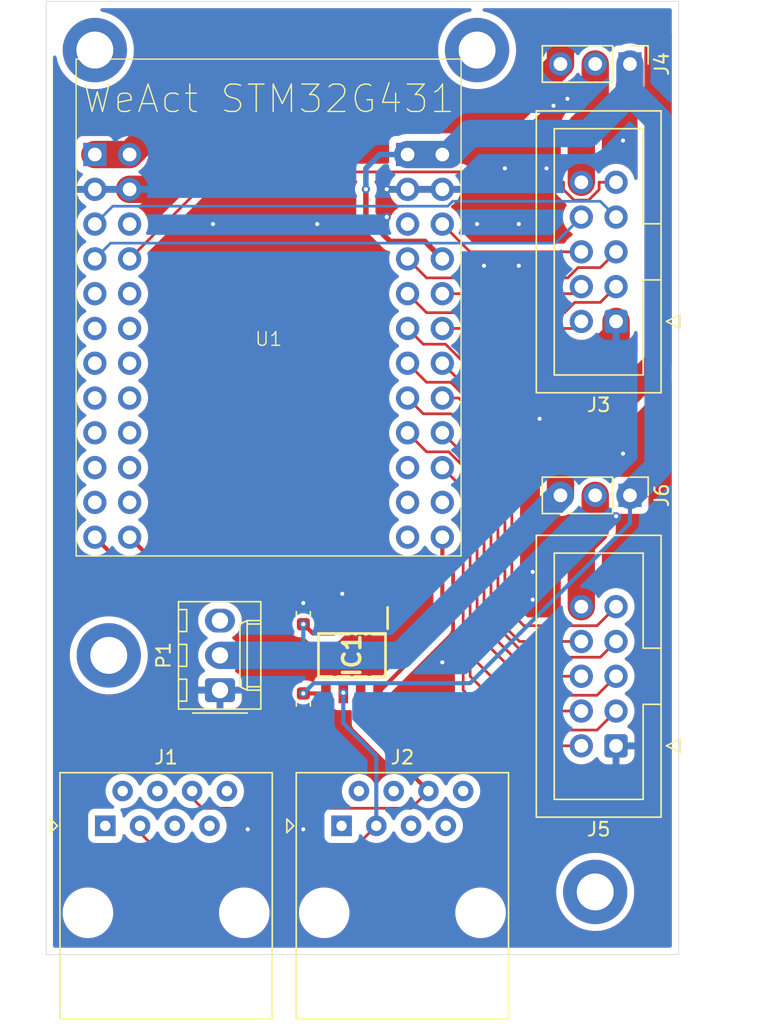
<source format=kicad_pcb>
(kicad_pcb (version 20241229) (generator "pcbnew") (generator_version "9.0")
  (layers (0 "F.Cu" signal) (2 "B.Cu" signal) (13 "F.Paste" user) (15 "B.Paste" user) (5 "F.SilkS" user "F.Silkscreen") (7 "B.SilkS" user "B.Silkscreen") (1 "F.Mask" user) (3 "B.Mask" user) (25 "Edge.Cuts" user))
  (net 0 "")
  (net 5 "GND")
  (net 7 "+5V")
  (net 12 "/3V3")
  (net 41 "Net-(J3-Pin_10)")
  (net 42 "Net-(J5-Pin_10)")
  (net 43 "/ADC2_IN15")
  (net 44 "/ADC1_IN5")
  (net 45 "/ADC2_IN5")
  (net 46 "/ADC1_IN11")
  (net 47 "/ADC1_IN12")
  (net 48 "/ADC2_IN12")
  (net 49 "/ADC1_IN15")
  (net 50 "/ADC12_IN14")
  (net 51 "/ADC2_IN3")
  (net 52 "/ADC12_IN1")
  (net 53 "/ADC1_IN3")
  (net 54 "/ADC2_IN13")
  (net 55 "/ADC2_IN4")
  (net 56 "/ADC1_IN4")
  (net 57 "/ADC2_IN17")
  (net 58 "/ADC12_IN2")
  (net 59 "/FDCAN1_TX")
  (net 60 "/FDCAN1_RX")
  (net 61 "Net-(IC1-CANL)")
  (net 62 "Net-(IC1-CANH)")
  (net 63 "Net-(IC1-S)")
  (footprint "Connector_PinHeader_2.54mm:PinHeader_1x03_P2.54mm_Vertical" (layer "F.Cu") (at 125.984 111.252 -90)
    (property "Reference" "J6" (at 0 -2.33 90) (layer "F.SilkS"))
    (property "Value" "Conn_01x03")
    (fp_line (start -1.33 6.41) (end 1.33 6.41) (stroke (width 0.12)) (layer "F.SilkS"))
    (fp_line (start -1.33 1.27) (end -1.33 6.41) (stroke (width 0.12)) (layer "F.SilkS"))
    (fp_line (start -1.33 1.27) (end 1.33 1.27) (stroke (width 0.12)) (layer "F.SilkS"))
    (fp_line (start 1.33 1.27) (end 1.33 6.41) (stroke (width 0.12)) (layer "F.SilkS"))
    (fp_line (start -1.33 0) (end -1.33 -1.33) (stroke (width 0.12)) (layer "F.SilkS"))
    (fp_line (start -1.33 -1.33) (end 0 -1.33) (stroke (width 0.12)) (layer "F.SilkS"))
    (pad "1" thru_hole rect (at 0 0 270) (size 1.7 1.7) (drill 1) (layers "*.Cu" "*.Mask") (net 12 "/3V3"))
    (pad "2" thru_hole oval (at 0 2.54 270) (size 1.7 1.7) (drill 1) (layers "*.Cu" "*.Mask") (net 42 "Net-(J5-Pin_10)"))
    (pad "3" thru_hole oval (at 0 5.08 270) (size 1.7 1.7) (drill 1) (layers "*.Cu" "*.Mask") (net 7 "+5V"))
  )
  (footprint "MountingHole:MountingHole_2.7mm_M2.5_DIN965_Pad" (layer "F.Cu") (at 114.808 78.74)
    (property "Reference" "H1" (hide yes))
    (property "Value" "MountingHole_Pad")
    (pad "1" thru_hole circle (at 0 0) (size 4.7 4.7) (drill 2.7) (layers "*.Cu" "*.Mask"))
  )
  (footprint "Connector_IDC:IDC-Header_2x05_P2.54mm_Vertical" (layer "F.Cu") (at 124.968 129.54 180)
    (property "Reference" "J5" (at 1.27 -6.1 0) (layer "F.SilkS"))
    (property "Value" "Conn_02x05_Counter_Clockwise")
    (fp_line (start 5.83 15.37) (end -3.29 15.37) (stroke (width 0.12)) (layer "F.SilkS"))
    (fp_line (start 5.83 -5.21) (end 5.83 15.37) (stroke (width 0.12)) (layer "F.SilkS"))
    (fp_line (start 4.52 14.07) (end -1.98 14.07) (stroke (width 0.12)) (layer "F.SilkS"))
    (fp_line (start 4.52 -3.91) (end 4.52 14.07) (stroke (width 0.12)) (layer "F.SilkS"))
    (fp_line (start -1.98 14.07) (end -1.98 7.13) (stroke (width 0.12)) (layer "F.SilkS"))
    (fp_line (start -1.98 7.13) (end -1.98 7.13) (stroke (width 0.12)) (layer "F.SilkS"))
    (fp_line (start -1.98 7.13) (end -3.29 7.13) (stroke (width 0.12)) (layer "F.SilkS"))
    (fp_line (start -1.98 3.03) (end -1.98 -3.91) (stroke (width 0.12)) (layer "F.SilkS"))
    (fp_line (start -1.98 -3.91) (end 4.52 -3.91) (stroke (width 0.12)) (layer "F.SilkS"))
    (fp_line (start -3.29 15.37) (end -3.29 -5.21) (stroke (width 0.12)) (layer "F.SilkS"))
    (fp_line (start -3.29 3.03) (end -1.98 3.03) (stroke (width 0.12)) (layer "F.SilkS"))
    (fp_line (start -3.29 -5.21) (end 5.83 -5.21) (stroke (width 0.12)) (layer "F.SilkS"))
    (fp_line (start -3.68 0) (end -4.68 -0.5) (stroke (width 0.12)) (layer "F.SilkS"))
    (fp_line (start -4.68 0.5) (end -3.68 0) (stroke (width 0.12)) (layer "F.SilkS"))
    (fp_line (start -4.68 -0.5) (end -4.68 0.5) (stroke (width 0.12)) (layer "F.SilkS"))
    (pad "1" thru_hole roundrect (at 0 0 180) (size 1.7 1.7) (drill 1) (layers "*.Cu" "*.Mask") (roundrect_rratio 0.147059) (net 5 "GND"))
    (pad "2" thru_hole circle (at 2.54 0 180) (size 1.7 1.7) (drill 1) (layers "*.Cu" "*.Mask") (net 52 "/ADC12_IN1"))
    (pad "3" thru_hole circle (at 0 2.54 180) (size 1.7 1.7) (drill 1) (layers "*.Cu" "*.Mask") (net 58 "/ADC12_IN2"))
    (pad "4" thru_hole circle (at 2.54 2.54 180) (size 1.7 1.7) (drill 1) (layers "*.Cu" "*.Mask") (net 53 "/ADC1_IN3"))
    (pad "5" thru_hole circle (at 0 5.08 180) (size 1.7 1.7) (drill 1) (layers "*.Cu" "*.Mask") (net 56 "/ADC1_IN4"))
    (pad "6" thru_hole circle (at 2.54 5.08 180) (size 1.7 1.7) (drill 1) (layers "*.Cu" "*.Mask") (net 57 "/ADC2_IN17"))
    (pad "7" thru_hole circle (at 0 7.62 180) (size 1.7 1.7) (drill 1) (layers "*.Cu" "*.Mask") (net 54 "/ADC2_IN13"))
    (pad "8" thru_hole circle (at 2.54 7.62 180) (size 1.7 1.7) (drill 1) (layers "*.Cu" "*.Mask") (net 51 "/ADC2_IN3"))
    (pad "9" thru_hole circle (at 0 10.16 180) (size 1.7 1.7) (drill 1) (layers "*.Cu" "*.Mask") (net 55 "/ADC2_IN4"))
    (pad "10" thru_hole circle (at 2.54 10.16 180) (size 1.7 1.7) (drill 1) (layers "*.Cu" "*.Mask") (net 42 "Net-(J5-Pin_10)"))
  )
  (footprint "Connector_Molex:Molex_KK-254_AE-6410-03A_1x03_P2.54mm_Vertical" (layer "F.Cu") (at 96.012 125.476 90)
    (property "Reference" "P1" (at 2.54 -4.12 90) (layer "F.SilkS"))
    (property "Value" "PSS254")
    (fp_line (start 6.46 -3.03) (end -1.38 -3.03) (stroke (width 0.12)) (layer "F.SilkS"))
    (fp_line (start 4.28 -3.03) (end 4.28 -2.43) (stroke (width 0.12)) (layer "F.SilkS"))
    (fp_line (start 1.74 -3.03) (end 1.74 -2.43) (stroke (width 0.12)) (layer "F.SilkS"))
    (fp_line (start -0.8 -3.03) (end -0.8 -2.43) (stroke (width 0.12)) (layer "F.SilkS"))
    (fp_line (start -1.38 -3.03) (end -1.38 2.99) (stroke (width 0.12)) (layer "F.SilkS"))
    (fp_line (start 5.88 -2.43) (end 5.88 -3.03) (stroke (width 0.12)) (layer "F.SilkS"))
    (fp_line (start 4.28 -2.43) (end 5.88 -2.43) (stroke (width 0.12)) (layer "F.SilkS"))
    (fp_line (start 3.34 -2.43) (end 3.34 -3.03) (stroke (width 0.12)) (layer "F.SilkS"))
    (fp_line (start 1.74 -2.43) (end 3.34 -2.43) (stroke (width 0.12)) (layer "F.SilkS"))
    (fp_line (start 0.8 -2.43) (end 0.8 -3.03) (stroke (width 0.12)) (layer "F.SilkS"))
    (fp_line (start -0.8 -2.43) (end 0.8 -2.43) (stroke (width 0.12)) (layer "F.SilkS"))
    (fp_line (start -1.67 -2) (end -1.67 2) (stroke (width 0.12)) (layer "F.SilkS"))
    (fp_line (start 4.83 1.46) (end 5.08 1.99) (stroke (width 0.12)) (layer "F.SilkS"))
    (fp_line (start 0.25 1.46) (end 4.83 1.46) (stroke (width 0.12)) (layer "F.SilkS"))
    (fp_line (start 5.08 1.99) (end 5.08 2.99) (stroke (width 0.12)) (layer "F.SilkS"))
    (fp_line (start 0 1.99) (end 0.25 1.46) (stroke (width 0.12)) (layer "F.SilkS"))
    (fp_line (start 0 1.99) (end 5.08 1.99) (stroke (width 0.12)) (layer "F.SilkS"))
    (fp_line (start 6.46 2.99) (end 6.46 -3.03) (stroke (width 0.12)) (layer "F.SilkS"))
    (fp_line (start 4.83 2.99) (end 4.83 1.99) (stroke (width 0.12)) (layer "F.SilkS"))
    (fp_line (start 0.25 2.99) (end 0.25 1.99) (stroke (width 0.12)) (layer "F.SilkS"))
    (fp_line (start 0 2.99) (end 0 1.99) (stroke (width 0.12)) (layer "F.SilkS"))
    (fp_line (start -1.38 2.99) (end 6.46 2.99) (stroke (width 0.12)) (layer "F.SilkS"))
    (pad "1" thru_hole roundrect (at 0 0 90) (size 1.74 2.19) (drill 1.19) (layers "*.Cu" "*.Mask") (roundrect_rratio 0.143678) (net 5 "GND"))
    (pad "2" thru_hole oval (at 2.54 0 90) (size 1.74 2.19) (drill 1.19) (layers "*.Cu" "*.Mask") (net 7 "+5V"))
    (pad "3" thru_hole oval (at 5.08 0 90) (size 1.74 2.19) (drill 1.19) (layers "*.Cu" "*.Mask"))
  )
  (footprint "Custom-Library:WeAct-STM32G431" (layer "F.Cu") (at 99.568 100.336)
    (property "Reference" "U1" (at 0 -0.5 0) (layer "F.SilkS") (effects (font (thickness 0.1))))
    (property "Value" "~")
    (fp_line (start -14.07 -20.94) (end -14.07 15.34) (stroke (width 0.1)) (layer "F.SilkS"))
    (fp_line (start -14.07 -20.94) (end 14.07 -20.94) (stroke (width 0.1)) (layer "F.SilkS"))
    (fp_line (start -14.07 15.34) (end 14.07 15.34) (stroke (width 0.1)) (layer "F.SilkS"))
    (fp_line (start 14.07 -20.94) (end 14.07 15.34) (stroke (width 0.1)) (layer "F.SilkS"))
    (fp_text user "WeAct STM32G431" (at 0 -18.034 0) (layer "F.SilkS") (effects (font (size 2 2) (thickness 0.1))))
    (pad "1" thru_hole rect (at -12.7 -13.97) (size 1.7 1.7) (drill 1) (layers "*.Cu" "*.Mask") (net 7 "+5V"))
    (pad "2" thru_hole oval (at -10.16 -13.97) (size 1.7 1.7) (drill 1) (layers "*.Cu" "*.Mask") (net 7 "+5V"))
    (pad "3" thru_hole oval (at -12.7 -11.43) (size 1.7 1.7) (drill 1) (layers "*.Cu" "*.Mask") (net 5 "GND"))
    (pad "4" thru_hole oval (at -10.16 -11.43) (size 1.7 1.7) (drill 1) (layers "*.Cu" "*.Mask") (net 5 "GND"))
    (pad "5" thru_hole oval (at -12.7 -8.89) (size 1.7 1.7) (drill 1) (layers "*.Cu" "*.Mask") (net 46 "/ADC1_IN11"))
    (pad "6" thru_hole oval (at -10.16 -8.89) (size 1.7 1.7) (drill 1) (layers "*.Cu" "*.Mask"))
    (pad "7" thru_hole oval (at -12.7 -6.35) (size 1.7 1.7) (drill 1) (layers "*.Cu" "*.Mask") (net 44 "/ADC1_IN5"))
    (pad "8" thru_hole oval (at -10.16 -6.35) (size 1.7 1.7) (drill 1) (layers "*.Cu" "*.Mask") (net 43 "/ADC2_IN15"))
    (pad "9" thru_hole oval (at -12.7 -3.81) (size 1.7 1.7) (drill 1) (layers "*.Cu" "*.Mask"))
    (pad "10" thru_hole oval (at -10.16 -3.81) (size 1.7 1.7) (drill 1) (layers "*.Cu" "*.Mask"))
    (pad "11" thru_hole oval (at -12.7 -1.27) (size 1.7 1.7) (drill 1) (layers "*.Cu" "*.Mask"))
    (pad "12" thru_hole oval (at -10.16 -1.27) (size 1.7 1.7) (drill 1) (layers "*.Cu" "*.Mask"))
    (pad "13" thru_hole oval (at -12.7 1.27) (size 1.7 1.7) (drill 1) (layers "*.Cu" "*.Mask"))
    (pad "14" thru_hole oval (at -10.16 1.27) (size 1.7 1.7) (drill 1) (layers "*.Cu" "*.Mask"))
    (pad "15" thru_hole oval (at -12.7 3.81) (size 1.7 1.7) (drill 1) (layers "*.Cu" "*.Mask"))
    (pad "16" thru_hole oval (at -10.16 3.81) (size 1.7 1.7) (drill 1) (layers "*.Cu" "*.Mask"))
    (pad "17" thru_hole oval (at -12.7 6.35) (size 1.7 1.7) (drill 1) (layers "*.Cu" "*.Mask"))
    (pad "18" thru_hole oval (at -10.16 6.35) (size 1.7 1.7) (drill 1) (layers "*.Cu" "*.Mask"))
    (pad "19" thru_hole oval (at -12.7 8.89) (size 1.7 1.7) (drill 1) (layers "*.Cu" "*.Mask"))
    (pad "20" thru_hole oval (at -10.16 8.89) (size 1.7 1.7) (drill 1) (layers "*.Cu" "*.Mask"))
    (pad "21" thru_hole oval (at -12.7 11.43) (size 1.7 1.7) (drill 1) (layers "*.Cu" "*.Mask"))
    (pad "22" thru_hole oval (at -10.16 11.43) (size 1.7 1.7) (drill 1) (layers "*.Cu" "*.Mask"))
    (pad "23" thru_hole oval (at -12.7 13.97) (size 1.7 1.7) (drill 1) (layers "*.Cu" "*.Mask") (net 60 "/FDCAN1_RX"))
    (pad "24" thru_hole oval (at -10.16 13.97) (size 1.7 1.7) (drill 1) (layers "*.Cu" "*.Mask") (net 59 "/FDCAN1_TX"))
    (pad "25" thru_hole rect (at 10.16 -13.97) (size 1.7 1.7) (drill 1) (layers "*.Cu" "*.Mask") (net 12 "/3V3"))
    (pad "26" thru_hole oval (at 12.7 -13.97) (size 1.7 1.7) (drill 1) (layers "*.Cu" "*.Mask") (net 12 "/3V3"))
    (pad "27" thru_hole oval (at 10.16 -11.43) (size 1.7 1.7) (drill 1) (layers "*.Cu" "*.Mask") (net 5 "GND"))
    (pad "28" thru_hole oval (at 12.7 -11.43) (size 1.7 1.7) (drill 1) (layers "*.Cu" "*.Mask") (net 5 "GND"))
    (pad "29" thru_hole oval (at 10.16 -8.89) (size 1.7 1.7) (drill 1) (layers "*.Cu" "*.Mask"))
    (pad "30" thru_hole oval (at 12.7 -8.89) (size 1.7 1.7) (drill 1) (layers "*.Cu" "*.Mask") (net 50 "/ADC12_IN14"))
    (pad "31" thru_hole oval (at 10.16 -6.35) (size 1.7 1.7) (drill 1) (layers "*.Cu" "*.Mask") (net 48 "/ADC2_IN12"))
    (pad "32" thru_hole oval (at 12.7 -6.35) (size 1.7 1.7) (drill 1) (layers "*.Cu" "*.Mask") (net 12 "/3V3"))
    (pad "33" thru_hole oval (at 10.16 -3.81) (size 1.7 1.7) (drill 1) (layers "*.Cu" "*.Mask") (net 49 "/ADC1_IN15"))
    (pad "34" thru_hole oval (at 12.7 -3.81) (size 1.7 1.7) (drill 1) (layers "*.Cu" "*.Mask") (net 47 "/ADC1_IN12"))
    (pad "35" thru_hole oval (at 10.16 -1.27) (size 1.7 1.7) (drill 1) (layers "*.Cu" "*.Mask") (net 55 "/ADC2_IN4"))
    (pad "36" thru_hole oval (at 12.7 -1.27) (size 1.7 1.7) (drill 1) (layers "*.Cu" "*.Mask") (net 45 "/ADC2_IN5"))
    (pad "37" thru_hole oval (at 10.16 1.27) (size 1.7 1.7) (drill 1) (layers "*.Cu" "*.Mask") (net 54 "/ADC2_IN13"))
    (pad "38" thru_hole oval (at 12.7 1.27) (size 1.7 1.7) (drill 1) (layers "*.Cu" "*.Mask") (net 51 "/ADC2_IN3"))
    (pad "39" thru_hole oval (at 10.16 3.81) (size 1.7 1.7) (drill 1) (layers "*.Cu" "*.Mask") (net 56 "/ADC1_IN4"))
    (pad "40" thru_hole oval (at 12.7 3.81) (size 1.7 1.7) (drill 1) (layers "*.Cu" "*.Mask") (net 57 "/ADC2_IN17"))
    (pad "41" thru_hole oval (at 10.16 6.35) (size 1.7 1.7) (drill 1) (layers "*.Cu" "*.Mask") (net 58 "/ADC12_IN2"))
    (pad "42" thru_hole oval (at 12.7 6.35) (size 1.7 1.7) (drill 1) (layers "*.Cu" "*.Mask") (net 53 "/ADC1_IN3"))
    (pad "43" thru_hole oval (at 10.16 8.89) (size 1.7 1.7) (drill 1) (layers "*.Cu" "*.Mask"))
    (pad "44" thru_hole oval (at 12.7 8.89) (size 1.7 1.7) (drill 1) (layers "*.Cu" "*.Mask") (net 52 "/ADC12_IN1"))
    (pad "45" thru_hole oval (at 10.16 11.43) (size 1.7 1.7) (drill 1) (layers "*.Cu" "*.Mask"))
    (pad "46" thru_hole oval (at 12.7 11.43) (size 1.7 1.7) (drill 1) (layers "*.Cu" "*.Mask"))
    (pad "47" thru_hole oval (at 10.16 13.97) (size 1.7 1.7) (drill 1) (layers "*.Cu" "*.Mask"))
    (pad "48" thru_hole oval (at 12.7 13.97) (size 1.7 1.7) (drill 1) (layers "*.Cu" "*.Mask") (net 63 "Net-(IC1-S)"))
  )
  (footprint "Capacitor_SMD:C_0603_1608Metric" (layer "F.Cu") (at 102.108 119.888 90)
    (property "Reference" "C3" (hide yes))
    (property "Value" "100nF")
    (fp_line (start -0.14058 -0.51) (end 0.14058 -0.51) (stroke (width 0.12)) (layer "F.SilkS"))
    (fp_line (start -0.14058 0.51) (end 0.14058 0.51) (stroke (width 0.12)) (layer "F.SilkS"))
    (pad "1" smd roundrect (at -0.775 0 90) (size 0.9 0.95) (layers "F.Cu" "F.Mask" "F.Paste") (net 7 "+5V"))
    (pad "2" smd roundrect (at 0.775 0 90) (size 0.9 0.95) (layers "F.Cu" "F.Mask" "F.Paste") (net 5 "GND"))
  )
  (footprint "Connector_RJ:RJ45_Amphenol_54602-x08_Horizontal" (layer "F.Cu") (at 87.63 135.382)
    (property "Reference" "J1" (at 4.445 -5 0) (layer "F.SilkS"))
    (property "Value" "RJ45")
    (fp_line (start -4 -0.5) (end -4 0.5) (stroke (width 0.12)) (layer "F.SilkS"))
    (fp_line (start -4 0.5) (end -3.5 0) (stroke (width 0.12)) (layer "F.SilkS"))
    (fp_line (start -3.5 0) (end -4 -0.5) (stroke (width 0.12)) (layer "F.SilkS"))
    (fp_line (start -3.315 -3.88) (end -3.315 14.08) (stroke (width 0.12)) (layer "F.SilkS"))
    (fp_line (start -3.315 14.08) (end 12.205 14.08) (stroke (width 0.12)) (layer "F.SilkS"))
    (fp_line (start 12.205 -3.88) (end -3.315 -3.88) (stroke (width 0.12)) (layer "F.SilkS"))
    (fp_line (start 12.205 -3.88) (end 12.205 14.08) (stroke (width 0.12)) (layer "F.SilkS"))
    (pad "" np_thru_hole circle (at -1.27 6.35) (size 3.2 3.2) (drill 3.2) (layers "*.Cu" "*.Mask"))
    (pad "" np_thru_hole circle (at 10.16 6.35) (size 3.2 3.2) (drill 3.2) (layers "*.Cu" "*.Mask"))
    (pad "1" thru_hole rect (at 0 0) (size 1.5 1.5) (drill 0.76) (layers "*.Cu" "*.Mask"))
    (pad "2" thru_hole circle (at 1.27 -2.54) (size 1.5 1.5) (drill 0.76) (layers "*.Cu" "*.Mask"))
    (pad "3" thru_hole circle (at 2.54 0) (size 1.5 1.5) (drill 0.76) (layers "*.Cu" "*.Mask") (net 61 "Net-(IC1-CANL)"))
    (pad "4" thru_hole circle (at 3.81 -2.54) (size 1.5 1.5) (drill 0.76) (layers "*.Cu" "*.Mask"))
    (pad "5" thru_hole circle (at 5.08 0) (size 1.5 1.5) (drill 0.76) (layers "*.Cu" "*.Mask"))
    (pad "6" thru_hole circle (at 6.35 -2.54) (size 1.5 1.5) (drill 0.76) (layers "*.Cu" "*.Mask") (net 62 "Net-(IC1-CANH)"))
    (pad "7" thru_hole circle (at 7.62 0) (size 1.5 1.5) (drill 0.76) (layers "*.Cu" "*.Mask"))
    (pad "8" thru_hole circle (at 8.89 -2.54) (size 1.5 1.5) (drill 0.76) (layers "*.Cu" "*.Mask"))
  )
  (footprint "Connector_PinHeader_2.54mm:PinHeader_1x03_P2.54mm_Vertical" (layer "F.Cu") (at 125.984 79.756 -90)
    (property "Reference" "J4" (at 0 -2.33 90) (layer "F.SilkS"))
    (property "Value" "Conn_01x03")
    (fp_line (start -1.33 6.41) (end 1.33 6.41) (stroke (width 0.12)) (layer "F.SilkS"))
    (fp_line (start -1.33 1.27) (end -1.33 6.41) (stroke (width 0.12)) (layer "F.SilkS"))
    (fp_line (start -1.33 1.27) (end 1.33 1.27) (stroke (width 0.12)) (layer "F.SilkS"))
    (fp_line (start 1.33 1.27) (end 1.33 6.41) (stroke (width 0.12)) (layer "F.SilkS"))
    (fp_line (start -1.33 0) (end -1.33 -1.33) (stroke (width 0.12)) (layer "F.SilkS"))
    (fp_line (start -1.33 -1.33) (end 0 -1.33) (stroke (width 0.12)) (layer "F.SilkS"))
    (pad "1" thru_hole rect (at 0 0 270) (size 1.7 1.7) (drill 1) (layers "*.Cu" "*.Mask") (net 12 "/3V3"))
    (pad "2" thru_hole oval (at 0 2.54 270) (size 1.7 1.7) (drill 1) (layers "*.Cu" "*.Mask") (net 41 "Net-(J3-Pin_10)"))
    (pad "3" thru_hole oval (at 0 5.08 270) (size 1.7 1.7) (drill 1) (layers "*.Cu" "*.Mask") (net 7 "+5V"))
  )
  (footprint "Capacitor_SMD:C_0603_1608Metric" (layer "F.Cu") (at 102.108 126.492 -90)
    (property "Reference" "C1" (hide yes))
    (property "Value" "100nF")
    (fp_line (start -0.14058 0.51) (end 0.14058 0.51) (stroke (width 0.12)) (layer "F.SilkS"))
    (fp_line (start -0.14058 -0.51) (end 0.14058 -0.51) (stroke (width 0.12)) (layer "F.SilkS"))
    (pad "1" smd roundrect (at -0.775 0 270) (size 0.9 0.95) (layers "F.Cu" "F.Mask" "F.Paste") (net 12 "/3V3"))
    (pad "2" smd roundrect (at 0.775 0 270) (size 0.9 0.95) (layers "F.Cu" "F.Mask" "F.Paste") (net 5 "GND"))
  )
  (footprint "CAN Transceiver:SOIC127P600X175-8N" (layer "F.Cu") (at 105.664 122.936 -90)
    (property "Reference" "IC1" (at 0 0 90) (layer "F.SilkS") (effects (font (size 1.27 1.27) (thickness 0.254))))
    (property "Value" "TJA1057BT" (hide yes))
    (fp_line (start -1.6 2.45) (end -1.6 -2.45) (stroke (width 0.2)) (layer "F.SilkS"))
    (fp_line (start 1.6 2.45) (end -1.6 2.45) (stroke (width 0.2)) (layer "F.SilkS"))
    (fp_line (start -1.6 -2.45) (end 1.6 -2.45) (stroke (width 0.2)) (layer "F.SilkS"))
    (fp_line (start 1.6 -2.45) (end 1.6 2.45) (stroke (width 0.2)) (layer "F.SilkS"))
    (fp_line (start -3.5 -2.605) (end -1.95 -2.605) (stroke (width 0.2)) (layer "F.SilkS"))
    (pad "1" smd rect (at -2.725 -1.905) (size 0.7 1.55) (layers "F.Cu" "F.Mask" "F.Paste") (net 59 "/FDCAN1_TX"))
    (pad "2" smd rect (at -2.725 -0.635) (size 0.7 1.55) (layers "F.Cu" "F.Mask" "F.Paste") (net 5 "GND"))
    (pad "3" smd rect (at -2.725 0.635) (size 0.7 1.55) (layers "F.Cu" "F.Mask" "F.Paste") (net 7 "+5V"))
    (pad "4" smd rect (at -2.725 1.905) (size 0.7 1.55) (layers "F.Cu" "F.Mask" "F.Paste") (net 60 "/FDCAN1_RX"))
    (pad "5" smd rect (at 2.725 1.905) (size 0.7 1.55) (layers "F.Cu" "F.Mask" "F.Paste") (net 12 "/3V3"))
    (pad "6" smd rect (at 2.725 0.635) (size 0.7 1.55) (layers "F.Cu" "F.Mask" "F.Paste") (net 61 "Net-(IC1-CANL)"))
    (pad "7" smd rect (at 2.725 -0.635) (size 0.7 1.55) (layers "F.Cu" "F.Mask" "F.Paste") (net 62 "Net-(IC1-CANH)"))
    (pad "8" smd rect (at 2.725 -1.905) (size 0.7 1.55) (layers "F.Cu" "F.Mask" "F.Paste") (net 63 "Net-(IC1-S)"))
  )
  (footprint "MountingHole:MountingHole_2.7mm_M2.5_DIN965_Pad" (layer "F.Cu") (at 86.868 78.74)
    (property "Reference" "H2" (hide yes))
    (property "Value" "MountingHole_Pad")
    (pad "1" thru_hole circle (at 0 0) (size 4.7 4.7) (drill 2.7) (layers "*.Cu" "*.Mask"))
  )
  (footprint "MountingHole:MountingHole_2.7mm_M2.5_DIN965_Pad" (layer "F.Cu") (at 87.884 122.936)
    (property "Reference" "H4" (hide yes))
    (property "Value" "MountingHole_Pad")
    (pad "1" thru_hole circle (at 0 0) (size 4.7 4.7) (drill 2.7) (layers "*.Cu" "*.Mask"))
  )
  (footprint "Connector_IDC:IDC-Header_2x05_P2.54mm_Vertical" (layer "F.Cu") (at 124.968 98.552 180)
    (property "Reference" "J3" (at 1.27 -6.1 0) (layer "F.SilkS"))
    (property "Value" "Conn_02x05_Counter_Clockwise")
    (fp_line (start 5.83 15.37) (end -3.29 15.37) (stroke (width 0.12)) (layer "F.SilkS"))
    (fp_line (start 5.83 -5.21) (end 5.83 15.37) (stroke (width 0.12)) (layer "F.SilkS"))
    (fp_line (start 4.52 14.07) (end -1.98 14.07) (stroke (width 0.12)) (layer "F.SilkS"))
    (fp_line (start 4.52 -3.91) (end 4.52 14.07) (stroke (width 0.12)) (layer "F.SilkS"))
    (fp_line (start -1.98 14.07) (end -1.98 7.13) (stroke (width 0.12)) (layer "F.SilkS"))
    (fp_line (start -1.98 7.13) (end -1.98 7.13) (stroke (width 0.12)) (layer "F.SilkS"))
    (fp_line (start -1.98 7.13) (end -3.29 7.13) (stroke (width 0.12)) (layer "F.SilkS"))
    (fp_line (start -1.98 3.03) (end -1.98 -3.91) (stroke (width 0.12)) (layer "F.SilkS"))
    (fp_line (start -1.98 -3.91) (end 4.52 -3.91) (stroke (width 0.12)) (layer "F.SilkS"))
    (fp_line (start -3.29 15.37) (end -3.29 -5.21) (stroke (width 0.12)) (layer "F.SilkS"))
    (fp_line (start -3.29 3.03) (end -1.98 3.03) (stroke (width 0.12)) (layer "F.SilkS"))
    (fp_line (start -3.29 -5.21) (end 5.83 -5.21) (stroke (width 0.12)) (layer "F.SilkS"))
    (fp_line (start -3.68 0) (end -4.68 -0.5) (stroke (width 0.12)) (layer "F.SilkS"))
    (fp_line (start -4.68 0.5) (end -3.68 0) (stroke (width 0.12)) (layer "F.SilkS"))
    (fp_line (start -4.68 -0.5) (end -4.68 0.5) (stroke (width 0.12)) (layer "F.SilkS"))
    (pad "1" thru_hole roundrect (at 0 0 180) (size 1.7 1.7) (drill 1) (layers "*.Cu" "*.Mask") (roundrect_rratio 0.147059) (net 5 "GND"))
    (pad "2" thru_hole circle (at 2.54 0 180) (size 1.7 1.7) (drill 1) (layers "*.Cu" "*.Mask") (net 45 "/ADC2_IN5"))
    (pad "3" thru_hole circle (at 0 2.54 180) (size 1.7 1.7) (drill 1) (layers "*.Cu" "*.Mask") (net 49 "/ADC1_IN15"))
    (pad "4" thru_hole circle (at 2.54 2.54 180) (size 1.7 1.7) (drill 1) (layers "*.Cu" "*.Mask") (net 47 "/ADC1_IN12"))
    (pad "5" thru_hole circle (at 0 5.08 180) (size 1.7 1.7) (drill 1) (layers "*.Cu" "*.Mask") (net 48 "/ADC2_IN12"))
    (pad "6" thru_hole circle (at 2.54 5.08 180) (size 1.7 1.7) (drill 1) (layers "*.Cu" "*.Mask") (net 50 "/ADC12_IN14"))
    (pad "7" thru_hole circle (at 0 7.62 180) (size 1.7 1.7) (drill 1) (layers "*.Cu" "*.Mask") (net 46 "/ADC1_IN11"))
    (pad "8" thru_hole circle (at 2.54 7.62 180) (size 1.7 1.7) (drill 1) (layers "*.Cu" "*.Mask") (net 44 "/ADC1_IN5"))
    (pad "9" thru_hole circle (at 0 10.16 180) (size 1.7 1.7) (drill 1) (layers "*.Cu" "*.Mask") (net 43 "/ADC2_IN15"))
    (pad "10" thru_hole circle (at 2.54 10.16 180) (size 1.7 1.7) (drill 1) (layers "*.Cu" "*.Mask") (net 41 "Net-(J3-Pin_10)"))
  )
  (footprint "MountingHole:MountingHole_2.7mm_M2.5_DIN965_Pad" (layer "F.Cu") (at 123.444 140.208)
    (property "Reference" "H3" (hide yes))
    (property "Value" "MountingHole_Pad")
    (pad "1" thru_hole circle (at 0 0) (size 4.7 4.7) (drill 2.7) (layers "*.Cu" "*.Mask"))
  )
  (footprint "Connector_RJ:RJ45_Amphenol_54602-x08_Horizontal" (layer "F.Cu") (at 104.902 135.382)
    (property "Reference" "J2" (at 4.445 -5 0) (layer "F.SilkS"))
    (property "Value" "RJ45")
    (fp_line (start -4 -0.5) (end -4 0.5) (stroke (width 0.12)) (layer "F.SilkS"))
    (fp_line (start -4 0.5) (end -3.5 0) (stroke (width 0.12)) (layer "F.SilkS"))
    (fp_line (start -3.5 0) (end -4 -0.5) (stroke (width 0.12)) (layer "F.SilkS"))
    (fp_line (start -3.315 -3.88) (end -3.315 14.08) (stroke (width 0.12)) (layer "F.SilkS"))
    (fp_line (start -3.315 14.08) (end 12.205 14.08) (stroke (width 0.12)) (layer "F.SilkS"))
    (fp_line (start 12.205 -3.88) (end -3.315 -3.88) (stroke (width 0.12)) (layer "F.SilkS"))
    (fp_line (start 12.205 -3.88) (end 12.205 14.08) (stroke (width 0.12)) (layer "F.SilkS"))
    (pad "" np_thru_hole circle (at -1.27 6.35) (size 3.2 3.2) (drill 3.2) (layers "*.Cu" "*.Mask"))
    (pad "" np_thru_hole circle (at 10.16 6.35) (size 3.2 3.2) (drill 3.2) (layers "*.Cu" "*.Mask"))
    (pad "1" thru_hole rect (at 0 0) (size 1.5 1.5) (drill 0.76) (layers "*.Cu" "*.Mask"))
    (pad "2" thru_hole circle (at 1.27 -2.54) (size 1.5 1.5) (drill 0.76) (layers "*.Cu" "*.Mask"))
    (pad "3" thru_hole circle (at 2.54 0) (size 1.5 1.5) (drill 0.76) (layers "*.Cu" "*.Mask") (net 61 "Net-(IC1-CANL)"))
    (pad "4" thru_hole circle (at 3.81 -2.54) (size 1.5 1.5) (drill 0.76) (layers "*.Cu" "*.Mask"))
    (pad "5" thru_hole circle (at 5.08 0) (size 1.5 1.5) (drill 0.76) (layers "*.Cu" "*.Mask"))
    (pad "6" thru_hole circle (at 6.35 -2.54) (size 1.5 1.5) (drill 0.76) (layers "*.Cu" "*.Mask") (net 62 "Net-(IC1-CANH)"))
    (pad "7" thru_hole circle (at 7.62 0) (size 1.5 1.5) (drill 0.76) (layers "*.Cu" "*.Mask"))
    (pad "8" thru_hole circle (at 8.89 -2.54) (size 1.5 1.5) (drill 0.76) (layers "*.Cu" "*.Mask"))
  )
  (gr_line (start 129.54 75.184) (end 83.312 75.184) (stroke (width 0.05)) (layer "Edge.Cuts"))
  (gr_line (start 83.312 75.184) (end 83.312 144.78) (stroke (width 0.05)) (layer "Edge.Cuts"))
  (gr_line (start 129.54 144.78) (end 129.54 75.184) (stroke (width 0.05)) (layer "Edge.Cuts"))
  (gr_line (start 83.312 144.78) (end 129.54 144.78) (stroke (width 0.05)) (layer "Edge.Cuts"))
  (segment (start 124.968 99.568) (end 123.444 101.092) (width 2) (layer "F.Cu") (net 5))
  (segment (start 104.877 118.364) (end 104.953 118.44) (width 0.2) (layer "F.Cu") (net 5))
  (segment (start 106.299 120.211) (end 106.299 119.786) (width 0.2) (layer "F.Cu") (net 5))
  (segment (start 91.434 88.906) (end 91.948 88.392) (width 2) (layer "F.Cu") (net 5))
  (segment (start 123.444 101.092) (end 122.428 101.092) (width 2) (layer "F.Cu") (net 5))
  (segment (start 106.299 119.786) (end 104.877 118.364) (width 0.3) (layer "F.Cu") (net 5))
  (segment (start 89.408 88.906) (end 91.434 88.906) (width 2) (layer "F.Cu") (net 5))
  (segment (start 124.968 98.552) (end 124.968 99.568) (width 2) (layer "F.Cu") (net 5))
  (via (at 104.953 118.44) (size 0.6) (drill 0.3) (layers "F.Cu" "B.Cu") (net 5))
  (via (at 114.808 91.44) (size 0.6) (drill 0.3) (layers "F.Cu" "B.Cu") (net 5))
  (via (at 125.476 85.344) (size 0.6) (drill 0.3) (layers "F.Cu" "B.Cu") (net 5))
  (via (at 117.856 91.44) (size 0.6) (drill 0.3) (layers "F.Cu" "B.Cu") (net 5))
  (via (at 112.268 123.444) (size 0.6) (drill 0.3) (layers "F.Cu" "B.Cu") (net 5))
  (via (at 121.412 82.296) (size 0.6) (drill 0.3) (layers "F.Cu" "B.Cu") (net 5))
  (via (at 108.204 90.932) (size 0.6) (drill 0.3) (layers "F.Cu" "B.Cu") (net 5))
  (via (at 119.888 87.376) (size 0.6) (drill 0.3) (layers "F.Cu" "B.Cu") (net 5))
  (via (at 115.316 94.488) (size 0.6) (drill 0.3) (layers "F.Cu" "B.Cu") (net 5))
  (via (at 102.108 135.636) (size 0.6) (drill 0.3) (layers "F.Cu" "B.Cu") (net 5))
  (via (at 118.872 116.84) (size 0.6) (drill 0.3) (layers "F.Cu" "B.Cu") (net 5))
  (via (at 124.968 112.776) (size 0.6) (drill 0.3) (layers "F.Cu" "B.Cu") (net 5))
  (via (at 125.476 108.204) (size 0.6) (drill 0.3) (layers "F.Cu" "B.Cu") (net 5))
  (via (at 108.204 88.9) (size 0.6) (drill 0.3) (layers "F.Cu" "B.Cu") (net 5))
  (via (at 98.044 135.636) (size 0.6) (drill 0.3) (layers "F.Cu" "B.Cu") (net 5))
  (via (at 95.504 91.44) (size 0.6) (drill 0.3) (layers "F.Cu" "B.Cu") (net 5))
  (via (at 116.84 87.376) (size 0.6) (drill 0.3) (layers "F.Cu" "B.Cu") (net 5))
  (via (at 117.856 94.488) (size 0.6) (drill 0.3) (layers "F.Cu" "B.Cu") (net 5))
  (via (at 102.108 119.113) (size 0.6) (drill 0.3) (layers "F.Cu" "B.Cu") (net 5))
  (via (at 119.38 105.664) (size 0.6) (drill 0.3) (layers "F.Cu" "B.Cu") (net 5))
  (via (at 120.396 82.804) (size 0.6) (drill 0.3) (layers "F.Cu" "B.Cu") (net 5))
  (via (at 118.872 118.872) (size 0.6) (drill 0.3) (layers "F.Cu" "B.Cu") (net 5))
  (via (at 103.124 91.44) (size 0.6) (drill 0.3) (layers "F.Cu" "B.Cu") (net 5))
  (segment (start 120.904 108.712) (end 120.904 111.252) (width 2) (layer "F.Cu") (net 7))
  (segment (start 116.84 83.82) (end 91.948 83.82) (width 2) (layer "F.Cu") (net 7))
  (segment (start 122.241919 77.216) (end 127.546 77.216) (width 2) (layer "F.Cu") (net 7))
  (segment (start 128.039 77.709) (end 128.039 101.577) (width 2) (layer "F.Cu") (net 7))
  (segment (start 102.808 121.337) (end 104.328 121.337) (width 0.3) (layer "F.Cu") (net 7))
  (segment (start 127.546 77.216) (end 128.039 77.709) (width 2) (layer "F.Cu") (net 7))
  (segment (start 120.904 79.756) (end 120.904 78.553919) (width 2) (layer "F.Cu") (net 7))
  (segment (start 102.108 120.663) (end 102.134 120.663) (width 0.3) (layer "F.Cu") (net 7))
  (segment (start 90.932 84.836) (end 90.932 84.842) (width 2) (layer "F.Cu") (net 7))
  (segment (start 120.904 78.553919) (end 122.241919 77.216) (width 2) (layer "F.Cu") (net 7))
  (segment (start 86.868 86.366) (end 89.408 86.366) (width 2) (layer "F.Cu") (net 7))
  (segment (start 102.134 120.663) (end 102.808 121.337) (width 0.3) (layer "F.Cu") (net 7))
  (segment (start 104.328 121.337) (end 105.029 120.636) (width 0.3) (layer "F.Cu") (net 7))
  (segment (start 105.029 120.636) (end 105.029 120.211) (width 0.3) (layer "F.Cu") (net 7))
  (segment (start 91.948 83.82) (end 90.932 84.836) (width 2) (layer "F.Cu") (net 7))
  (segment (start 128.039 101.577) (end 120.904 108.712) (width 2) (layer "F.Cu") (net 7))
  (segment (start 120.904 79.756) (end 116.84 83.82) (width 2) (layer "F.Cu") (net 7))
  (segment (start 90.932 84.842) (end 89.408 86.366) (width 2) (layer "F.Cu") (net 7))
  (via (at 102.108 120.663) (size 0.6) (drill 0.3) (layers "F.Cu" "B.Cu") (net 7))
  (segment (start 96.012 122.936) (end 102.108 122.936) (width 2) (layer "B.Cu") (net 7))
  (segment (start 109.22 122.936) (end 120.904 111.252) (width 2) (layer "B.Cu") (net 7))
  (segment (start 102.108 122.936) (end 105.156 122.936) (width 2) (layer "B.Cu") (net 7))
  (segment (start 105.156 122.936) (end 109.22 122.936) (width 2) (layer "B.Cu") (net 7))
  (segment (start 102.108 120.663) (end 102.108 122.936) (width 0.3) (layer "B.Cu") (net 7))
  (segment (start 103.703 125.717) (end 103.759 125.661) (width 0.2) (layer "F.Cu") (net 12))
  (segment (start 112.268 93.986) (end 110.98809 92.70609) (width 0.4) (layer "F.Cu") (net 12))
  (segment (start 106.68 90.937203) (end 106.68 88.9) (width 0.4) (layer "F.Cu") (net 12))
  (segment (start 110.98809 92.70609) (end 108.448887 92.70609) (width 0.4) (layer "F.Cu") (net 12))
  (segment (start 108.448887 92.70609) (end 106.68 90.937203) (width 0.4) (layer "F.Cu") (net 12))
  (segment (start 102.108 125.717) (end 103.703 125.717) (width 0.3) (layer "F.Cu") (net 12))
  (via (at 102.108 125.717) (size 0.6) (drill 0.3) (layers "F.Cu" "B.Cu") (net 12))
  (via (at 106.68 88.9) (size 0.6) (drill 0.3) (layers "F.Cu" "B.Cu") (net 12))
  (segment (start 106.68 88.9) (end 106.68 87.376) (width 0.4) (layer "B.Cu") (net 12))
  (segment (start 125.984 79.756) (end 125.984 81.788) (width 2) (layer "B.Cu") (net 12))
  (segment (start 128.039 83.843) (end 125.984 81.788) (width 2) (layer "B.Cu") (net 12))
  (segment (start 114.3 84.836) (end 112.77 86.366) (width 2) (layer "B.Cu") (net 12))
  (segment (start 122.936 84.836) (end 114.3 84.836) (width 2) (layer "B.Cu") (net 12))
  (segment (start 112.77 86.366) (end 112.268 86.366) (width 2) (layer "B.Cu") (net 12))
  (segment (start 125.984 113.284) (end 114.3 124.968) (width 0.3) (layer "B.Cu") (net 12))
  (segment (start 106.68 87.376) (end 107.69 86.366) (width 0.4) (layer "B.Cu") (net 12))
  (segment (start 125.984 111.252) (end 125.984 113.284) (width 0.3) (layer "B.Cu") (net 12))
  (segment (start 128.039 109.197) (end 128.039 83.843) (width 2) (layer "B.Cu") (net 12))
  (segment (start 102.857 124.968) (end 102.108 125.717) (width 0.3) (layer "B.Cu") (net 12))
  (segment (start 125.984 111.252) (end 128.039 109.197) (width 2) (layer "B.Cu") (net 12))
  (segment (start 125.984 81.788) (end 122.936 84.836) (width 2) (layer "B.Cu") (net 12))
  (segment (start 112.268 86.366) (end 109.728 86.366) (width 2) (layer "B.Cu") (net 12))
  (segment (start 107.69 86.366) (end 109.728 86.366) (width 0.4) (layer "B.Cu") (net 12))
  (segment (start 114.3 124.968) (end 102.857 124.968) (width 0.3) (layer "B.Cu") (net 12))
  (segment (start 123.444 83.312) (end 123.444 79.756) (width 2) (layer "F.Cu") (net 41))
  (segment (start 122.428 84.328) (end 123.444 83.312) (width 2) (layer "F.Cu") (net 41))
  (segment (start 122.428 88.392) (end 122.428 84.328) (width 2) (layer "F.Cu") (net 41))
  (segment (start 122.428 114.808) (end 123.444 113.792) (width 2) (layer "F.Cu") (net 42))
  (segment (start 123.444 113.792) (end 123.444 111.252) (width 2) (layer "F.Cu") (net 42))
  (segment (start 122.428 119.38) (end 122.428 114.808) (width 2) (layer "F.Cu") (net 42))
  (segment (start 122.966892 89.693) (end 121.889108 89.693) (width 0.2) (layer "F.Cu") (net 43))
  (segment (start 121.889108 89.693) (end 121.127 88.930892) (width 0.2) (layer "F.Cu") (net 43))
  (segment (start 123.729 88.930892) (end 122.966892 89.693) (width 0.2) (layer "F.Cu") (net 43))
  (segment (start 114.40976 88.392) (end 113.653893 87.636133) (width 0.2) (layer "F.Cu") (net 43))
  (segment (start 113.653893 87.636133) (end 95.757867 87.636133) (width 0.2) (layer "F.Cu") (net 43))
  (segment (start 123.729 88.392) (end 123.729 88.930892) (width 0.2) (layer "F.Cu") (net 43))
  (segment (start 124.968 88.392) (end 123.729 88.392) (width 0.2) (layer "F.Cu") (net 43))
  (segment (start 121.127 88.930892) (end 121.127 88.392) (width 0.2) (layer "F.Cu") (net 43))
  (segment (start 95.757867 87.636133) (end 89.408 93.986) (width 0.2) (layer "F.Cu") (net 43))
  (segment (start 121.127 88.392) (end 114.40976 88.392) (width 0.2) (layer "F.Cu") (net 43))
  (segment (start 120.525 92.835) (end 88.019 92.835) (width 0.2) (layer "B.Cu") (net 44))
  (segment (start 122.428 90.932) (end 120.525 92.835) (width 0.2) (layer "B.Cu") (net 44))
  (segment (start 88.019 92.835) (end 86.868 93.986) (width 0.2) (layer "B.Cu") (net 44))
  (segment (start 121.914 99.066) (end 122.428 98.552) (width 0.2) (layer "F.Cu") (net 45))
  (segment (start 112.268 99.066) (end 121.914 99.066) (width 0.2) (layer "F.Cu") (net 45))
  (segment (start 88.175698 90.138302) (end 86.868 91.446) (width 0.2) (layer "B.Cu") (net 46))
  (segment (start 123.817 89.781) (end 113.02076 89.781) (width 0.2) (layer "B.Cu") (net 46))
  (segment (start 112.663458 90.138302) (end 88.175698 90.138302) (width 0.2) (layer "B.Cu") (net 46))
  (segment (start 113.02076 89.781) (end 112.663458 90.138302) (width 0.2) (layer "B.Cu") (net 46))
  (segment (start 124.968 90.932) (end 123.817 89.781) (width 0.2) (layer "B.Cu") (net 46))
  (segment (start 112.268 96.526) (end 121.914 96.526) (width 0.2) (layer "F.Cu") (net 47))
  (segment (start 121.914 96.526) (end 122.428 96.012) (width 0.2) (layer "F.Cu") (net 47))
  (segment (start 111.117 95.375) (end 121.43724 95.375) (width 0.2) (layer "F.Cu") (net 48))
  (segment (start 121.43724 95.375) (end 122.18924 94.623) (width 0.2) (layer "F.Cu") (net 48))
  (segment (start 122.18924 94.623) (end 123.817 94.623) (width 0.2) (layer "F.Cu") (net 48))
  (segment (start 123.817 94.623) (end 124.968 93.472) (width 0.2) (layer "F.Cu") (net 48))
  (segment (start 109.728 93.986) (end 111.117 95.375) (width 0.2) (layer "F.Cu") (net 48))
  (segment (start 123.817 97.163) (end 124.968 96.012) (width 0.2) (layer "F.Cu") (net 49))
  (segment (start 111.117 97.915) (end 121.19924 97.915) (width 0.2) (layer "F.Cu") (net 49))
  (segment (start 121.95124 97.163) (end 123.817 97.163) (width 0.2) (layer "F.Cu") (net 49))
  (segment (start 109.728 96.526) (end 111.117 97.915) (width 0.2) (layer "F.Cu") (net 49))
  (segment (start 121.19924 97.915) (end 121.95124 97.163) (width 0.2) (layer "F.Cu") (net 49))
  (segment (start 112.268 91.446) (end 114.294 93.472) (width 0.2) (layer "F.Cu") (net 50))
  (segment (start 114.294 93.472) (end 122.428 93.472) (width 0.2) (layer "F.Cu") (net 50))
  (segment (start 112.268 101.606) (end 116.84 106.178) (width 0.2) (layer "F.Cu") (net 51))
  (segment (start 116.84 106.178) (end 116.84 120.8449) (width 0.2) (layer "F.Cu") (net 51))
  (segment (start 117.9151 121.92) (end 122.428 121.92) (width 0.2) (layer "F.Cu") (net 51))
  (segment (start 116.84 120.8449) (end 117.9151 121.92) (width 0.2) (layer "F.Cu") (net 51))
  (segment (start 113.792 110.75) (end 113.792 125.476) (width 0.2) (layer "F.Cu") (net 52))
  (segment (start 113.792 125.476) (end 117.856 129.54) (width 0.2) (layer "F.Cu") (net 52))
  (segment (start 112.268 109.226) (end 113.792 110.75) (width 0.2) (layer "F.Cu") (net 52))
  (segment (start 117.856 129.54) (end 122.428 129.54) (width 0.2) (layer "F.Cu") (net 52))
  (segment (start 114.808 123.444) (end 118.364 127) (width 0.2) (layer "F.Cu") (net 53))
  (segment (start 114.808 109.226) (end 114.808 123.444) (width 0.2) (layer "F.Cu") (net 53))
  (segment (start 112.268 106.686) (end 114.808 109.226) (width 0.2) (layer "F.Cu") (net 53))
  (segment (start 118.364 127) (end 122.428 127) (width 0.2) (layer "F.Cu") (net 53))
  (segment (start 116.332 120.904) (end 118.499 123.071) (width 0.2) (layer "F.Cu") (net 54))
  (segment (start 116.332 106.440819) (end 116.332 120.904) (width 0.2) (layer "F.Cu") (net 54))
  (segment (start 112.886181 102.995) (end 116.332 106.440819) (width 0.2) (layer "F.Cu") (net 54))
  (segment (start 111.117 102.995) (end 112.886181 102.995) (width 0.2) (layer "F.Cu") (net 54))
  (segment (start 118.499 123.071) (end 123.817 123.071) (width 0.2) (layer "F.Cu") (net 54))
  (segment (start 123.817 123.071) (end 124.968 121.92) (width 0.2) (layer "F.Cu") (net 54))
  (segment (start 109.728 101.606) (end 111.117 102.995) (width 0.2) (layer "F.Cu") (net 54))
  (segment (start 117.348 119.888) (end 118.229 120.769) (width 0.2) (layer "F.Cu") (net 55))
  (segment (start 118.229 120.769) (end 123.579 120.769) (width 0.2) (layer "F.Cu") (net 55))
  (segment (start 110.879 100.217) (end 112.50676 100.217) (width 0.2) (layer "F.Cu") (net 55))
  (segment (start 117.348 105.05824) (end 117.348 119.888) (width 0.2) (layer "F.Cu") (net 55))
  (segment (start 109.728 99.066) (end 110.879 100.217) (width 0.2) (layer "F.Cu") (net 55))
  (segment (start 123.579 120.769) (end 124.968 119.38) (width 0.2) (layer "F.Cu") (net 55))
  (segment (start 112.50676 100.217) (end 117.348 105.05824) (width 0.2) (layer "F.Cu") (net 55))
  (segment (start 119.245 125.849) (end 123.579 125.849) (width 0.2) (layer "F.Cu") (net 56))
  (segment (start 115.316 121.92) (end 119.245 125.849) (width 0.2) (layer "F.Cu") (net 56))
  (segment (start 112.917 105.297) (end 115.316 107.696) (width 0.2) (layer "F.Cu") (net 56))
  (segment (start 109.728 104.146) (end 110.879 105.297) (width 0.2) (layer "F.Cu") (net 56))
  (segment (start 123.579 125.849) (end 124.968 124.46) (width 0.2) (layer "F.Cu") (net 56))
  (segment (start 110.879 105.297) (end 112.917 105.297) (width 0.2) (layer "F.Cu") (net 56))
  (segment (start 115.316 107.696) (end 115.316 121.92) (width 0.2) (layer "F.Cu") (net 56))
  (segment (start 113.470081 104.146) (end 115.824 106.499919) (width 0.2) (layer "F.Cu") (net 57))
  (segment (start 115.824 106.499919) (end 115.824 121.412) (width 0.2) (layer "F.Cu") (net 57))
  (segment (start 112.268 104.146) (end 113.470081 104.146) (width 0.2) (layer "F.Cu") (net 57))
  (segment (start 115.824 121.412) (end 118.872 124.46) (width 0.2) (layer "F.Cu") (net 57))
  (segment (start 118.872 124.46) (end 122.428 124.46) (width 0.2) (layer "F.Cu") (net 57))
  (segment (start 123.579 128.389) (end 124.968 127) (width 0.2) (layer "F.Cu") (net 58))
  (segment (start 109.728 106.686) (end 111.117 108.075) (width 0.2) (layer "F.Cu") (net 58))
  (segment (start 118.229 128.389) (end 123.579 128.389) (width 0.2) (layer "F.Cu") (net 58))
  (segment (start 112.74476 108.075) (end 114.3 109.63024) (width 0.2) (layer "F.Cu") (net 58))
  (segment (start 114.3 124.46) (end 118.229 128.389) (width 0.2) (layer "F.Cu") (net 58))
  (segment (start 114.3 109.63024) (end 114.3 124.46) (width 0.2) (layer "F.Cu") (net 58))
  (segment (start 111.117 108.075) (end 112.74476 108.075) (width 0.2) (layer "F.Cu") (net 58))
  (segment (start 107.569 119.236) (end 107.569 120.211) (width 0.3) (layer "F.Cu") (net 59))
  (segment (start 89.408 114.306) (end 90.926 115.824) (width 0.3) (layer "F.Cu") (net 59))
  (segment (start 90.926 115.824) (end 104.157 115.824) (width 0.3) (layer "F.Cu") (net 59))
  (segment (start 104.157 115.824) (end 107.569 119.236) (width 0.3) (layer "F.Cu") (net 59))
  (segment (start 102.616 117.348) (end 103.759 118.491) (width 0.3) (layer "F.Cu") (net 60))
  (segment (start 103.759 118.491) (end 103.759 120.211) (width 0.3) (layer "F.Cu") (net 60))
  (segment (start 89.91 117.348) (end 102.616 117.348) (width 0.3) (layer "F.Cu") (net 60))
  (segment (start 86.868 114.306) (end 89.91 117.348) (width 0.3) (layer "F.Cu") (net 60))
  (segment (start 105.898 136.926) (end 107.442 135.382) (width 0.2) (layer "F.Cu") (net 61))
  (segment (start 89.662 135.382) (end 91.206 136.926) (width 0.2) (layer "F.Cu") (net 61))
  (segment (start 91.206 136.926) (end 105.898 136.926) (width 0.2) (layer "F.Cu") (net 61))
  (via (at 105.029 125.661) (size 0.6) (drill 0.3) (layers "F.Cu" "B.Cu") (net 61))
  (segment (start 107.442 130.302) (end 105.029 127.889) (width 0.3) (layer "B.Cu") (net 61))
  (segment (start 107.442 135.382) (end 107.442 130.302) (width 0.3) (layer "B.Cu") (net 61))
  (segment (start 105.029 127.889) (end 105.029 126.111) (width 0.3) (layer "B.Cu") (net 61))
  (segment (start 105.029 125.661) (end 105.029 126.111) (width 0.3) (layer "B.Cu") (net 61))
  (segment (start 109.995152 134.098848) (end 111.252 132.842) (width 0.2) (layer "F.Cu") (net 62))
  (segment (start 106.299 127.889) (end 111.252 132.842) (width 0.3) (layer "F.Cu") (net 62))
  (segment (start 106.299 125.661) (end 106.299 127.889) (width 0.3) (layer "F.Cu") (net 62))
  (segment (start 94.728848 134.098848) (end 109.995152 134.098848) (width 0.2) (layer "F.Cu") (net 62))
  (segment (start 93.472 132.842) (end 94.728848 134.098848) (width 0.2) (layer "F.Cu") (net 62))
  (segment (start 112.268 114.306) (end 112.268 120.962) (width 0.3) (layer "F.Cu") (net 63))
  (segment (start 112.268 120.962) (end 107.569 125.661) (width 0.3) (layer "F.Cu") (net 63))
  (zone (net 5) (net_name "GND") (layer "F.Cu") (connect_pads (clearance 0.5)) (min_thickness 0.25) (fill yes (thermal_gap 0.5) (thermal_bridge_width 0.5) (island_removal_mode 2) (island_area_min 5))
    (polygon (pts (xy 83.312 75.184) (xy 129.54 75.184) (xy 129.54 144.78) (xy 83.312 144.78)))
  )
  (zone (net 5) (net_name "GND") (layer "B.Cu") (priority 1) (connect_pads (clearance 0.5)) (min_thickness 0.25) (fill yes (thermal_gap 0.5) (thermal_bridge_width 0.5) (island_removal_mode 2) (island_area_min 5))
    (polygon (pts (xy 83.312 75.184) (xy 129.54 75.184) (xy 129.54 144.78) (xy 83.312 144.78)))
  )
)
</source>
